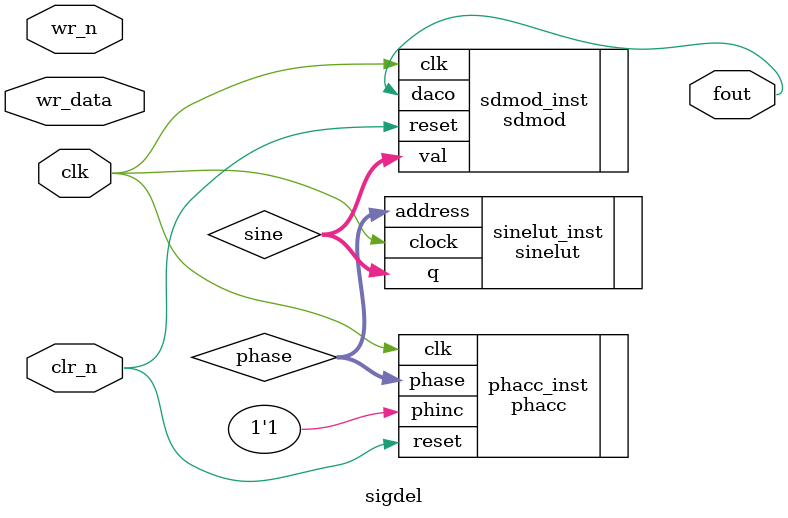
<source format=sv>
module sigdel
#(
    PHACC_WIDTH = 27
) (
	//clock and reset
	input logic clk, clr_n,
	//control slave
	input logic [31:0] wr_data,
	input logic wr_n,
	output logic fout
);

	logic [7:0] phinc_val, phase, sine;
	
	//control slave logic
	always_ff @ (posedge clk or negedge clr_n) begin
		if (!clr_n) begin
			phinc_val[7:0] <= 8'd0;
		end else	begin
			if (!wr_n) begin
				phinc_val[7:0] <= wr_data[31:0];
			end
		end
	end

	phacc phacc_inst (.phinc(1'b1), .clk(clk), .reset(clr_n), .phase(phase));
	defparam phacc_inst.WIDTH = PHACC_WIDTH;
	
	sinelut sinelut_inst (
       .address (phase), .clock (clk), .q(sine)
	);
	
	sdmod sdmod_inst (
	    .val(sine), .clk(clk), .reset(clr_n), .daco(fout)
	);
endmodule

</source>
